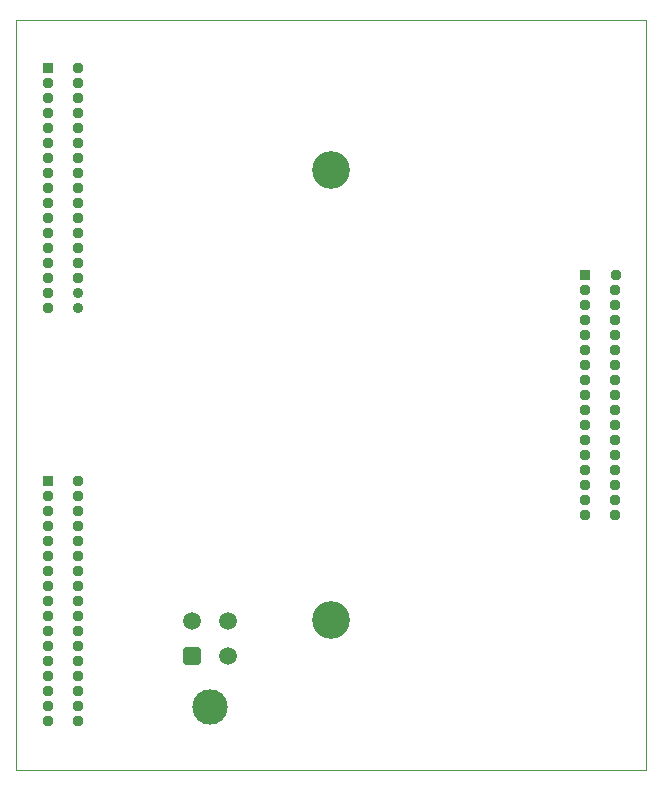
<source format=gbr>
%TF.GenerationSoftware,KiCad,Pcbnew,7.0.7*%
%TF.CreationDate,2023-10-17T22:09:54-05:00*%
%TF.ProjectId,Heater_South_DCT_HSK,48656174-6572-45f5-936f-7574685f4443,rev?*%
%TF.SameCoordinates,Original*%
%TF.FileFunction,Soldermask,Bot*%
%TF.FilePolarity,Negative*%
%FSLAX46Y46*%
G04 Gerber Fmt 4.6, Leading zero omitted, Abs format (unit mm)*
G04 Created by KiCad (PCBNEW 7.0.7) date 2023-10-17 22:09:54*
%MOMM*%
%LPD*%
G01*
G04 APERTURE LIST*
G04 Aperture macros list*
%AMRoundRect*
0 Rectangle with rounded corners*
0 $1 Rounding radius*
0 $2 $3 $4 $5 $6 $7 $8 $9 X,Y pos of 4 corners*
0 Add a 4 corners polygon primitive as box body*
4,1,4,$2,$3,$4,$5,$6,$7,$8,$9,$2,$3,0*
0 Add four circle primitives for the rounded corners*
1,1,$1+$1,$2,$3*
1,1,$1+$1,$4,$5*
1,1,$1+$1,$6,$7*
1,1,$1+$1,$8,$9*
0 Add four rect primitives between the rounded corners*
20,1,$1+$1,$2,$3,$4,$5,0*
20,1,$1+$1,$4,$5,$6,$7,0*
20,1,$1+$1,$6,$7,$8,$9,0*
20,1,$1+$1,$8,$9,$2,$3,0*%
G04 Aperture macros list end*
%ADD10C,3.200000*%
%ADD11R,0.940800X0.940800*%
%ADD12C,0.940800*%
%ADD13C,0.890000*%
%ADD14C,3.000000*%
%ADD15RoundRect,0.250001X-0.499999X-0.499999X0.499999X-0.499999X0.499999X0.499999X-0.499999X0.499999X0*%
%ADD16C,1.500000*%
%TA.AperFunction,Profile*%
%ADD17C,0.100000*%
%TD*%
G04 APERTURE END LIST*
D10*
%TO.C,REF\u002A\u002A*%
X128270000Y-63500000D03*
%TD*%
D11*
%TO.C,J2*%
X104256840Y-89890600D03*
D12*
X106817160Y-89890600D03*
X104267000Y-91160600D03*
X106807000Y-91160600D03*
X104267000Y-92430600D03*
X106807000Y-92430600D03*
X104267000Y-93700600D03*
X106807000Y-93700600D03*
X104267000Y-94970600D03*
X106807000Y-94970600D03*
X104267000Y-96240600D03*
X106807000Y-96240600D03*
X104267000Y-97510600D03*
X106807000Y-97510600D03*
X104267000Y-98780600D03*
X106807000Y-98780600D03*
X104267000Y-100050600D03*
X106807000Y-100050600D03*
X104267000Y-101320600D03*
X106807000Y-101320600D03*
X104267000Y-102590600D03*
X106807000Y-102590600D03*
X104267000Y-103860600D03*
X106807000Y-103860600D03*
X104267000Y-105130600D03*
X106807000Y-105130600D03*
X104267000Y-106400600D03*
X106807000Y-106400600D03*
X104267000Y-107670600D03*
X106807000Y-107670600D03*
X104267000Y-108940600D03*
X106807000Y-108940600D03*
X104267000Y-110210600D03*
X106807000Y-110210600D03*
%TD*%
D10*
%TO.C,REF\u002A\u002A*%
X128270000Y-101600000D03*
%TD*%
D11*
%TO.C,J3*%
X149773640Y-72390000D03*
D12*
X152333960Y-72390000D03*
X149783800Y-73660000D03*
X152323800Y-73660000D03*
X149783800Y-74930000D03*
X152323800Y-74930000D03*
X149783800Y-76200000D03*
X152323800Y-76200000D03*
X149783800Y-77470000D03*
X152323800Y-77470000D03*
X149783800Y-78740000D03*
X152323800Y-78740000D03*
X149783800Y-80010000D03*
X152323800Y-80010000D03*
X149783800Y-81280000D03*
X152323800Y-81280000D03*
X149783800Y-82550000D03*
X152323800Y-82550000D03*
X149783800Y-83820000D03*
X152323800Y-83820000D03*
X149783800Y-85090000D03*
X152323800Y-85090000D03*
X149783800Y-86360000D03*
X152323800Y-86360000D03*
X149783800Y-87630000D03*
X152323800Y-87630000D03*
X149783800Y-88900000D03*
X152323800Y-88900000D03*
X149783800Y-90170000D03*
X152323800Y-90170000D03*
X149783800Y-91440000D03*
X152323800Y-91440000D03*
X149783800Y-92710000D03*
X152323800Y-92710000D03*
%TD*%
D11*
%TO.C,J1*%
X104256840Y-54864000D03*
D12*
X106817160Y-54864000D03*
X104267000Y-56134000D03*
X106807000Y-56134000D03*
X104267000Y-57404000D03*
X106807000Y-57404000D03*
X104267000Y-58674000D03*
X106807000Y-58674000D03*
X104267000Y-59944000D03*
X106807000Y-59944000D03*
X104267000Y-61214000D03*
X106807000Y-61214000D03*
X104267000Y-62484000D03*
X106807000Y-62484000D03*
X104267000Y-63754000D03*
X106807000Y-63754000D03*
X104267000Y-65024000D03*
X106807000Y-65024000D03*
X104267000Y-66294000D03*
X106807000Y-66294000D03*
X104267000Y-67564000D03*
X106807000Y-67564000D03*
X104267000Y-68834000D03*
X106807000Y-68834000D03*
X104267000Y-70104000D03*
X106807000Y-70104000D03*
X104267000Y-71374000D03*
X106807000Y-71374000D03*
X104267000Y-72644000D03*
X106807000Y-72644000D03*
X104267000Y-73914000D03*
D13*
X106807000Y-73914000D03*
D12*
X104267000Y-75184000D03*
D13*
X106807000Y-75184000D03*
%TD*%
D14*
%TO.C,J4*%
X118000000Y-109000000D03*
D15*
X116500000Y-104680000D03*
D16*
X119500000Y-104680000D03*
X116500000Y-101680000D03*
X119500000Y-101680000D03*
%TD*%
D17*
X101600000Y-50800000D02*
X154940000Y-50800000D01*
X154940000Y-114300000D01*
X101600000Y-114300000D01*
X101600000Y-50800000D01*
M02*

</source>
